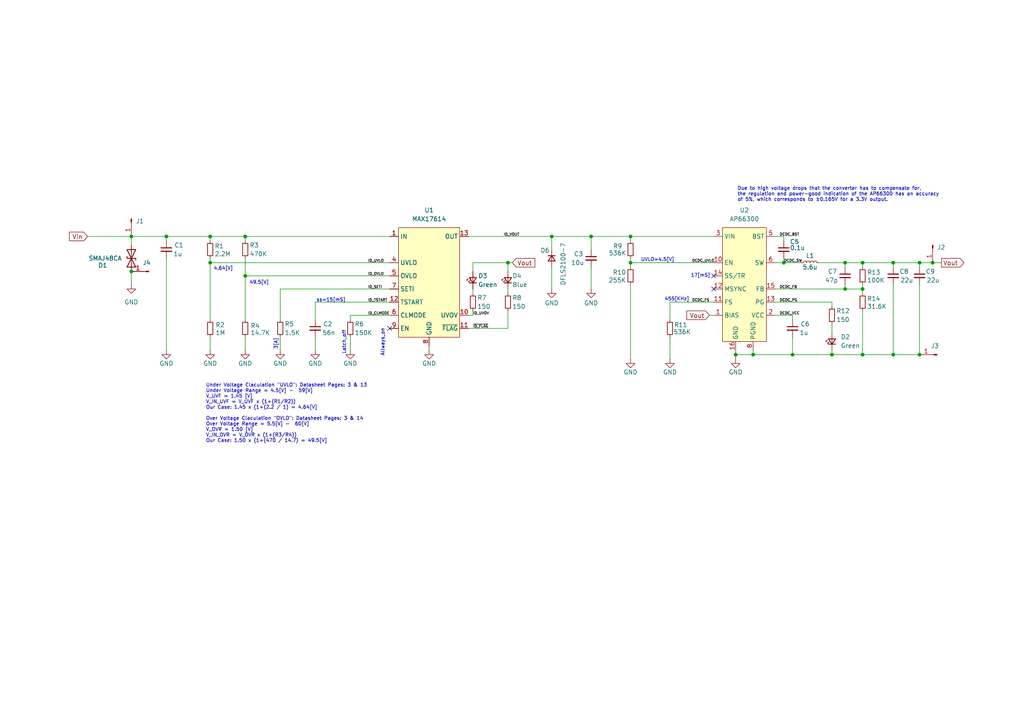
<source format=kicad_sch>
(kicad_sch (version 20231120) (generator "eeschema") (generator_version "8.0")
  (paper "A4")
  (title_block (title "ARNIE4833") (date "2024-10-12") (rev "V0.0.0") (company "© : Kynsight® GmbH: Licenced under CERN-OHL-W V2.0") (comment 2 "+48Vin | +3.3Vout | 3A ") (comment 3 "DC/DC Buck converter module, with added input protection circuitry."))
  (lib_symbols
    (symbol "310_smps_buck:AP66300"
      (property "Reference" "U" (at 0 21.59 0))
      (property "Value" "AP66300" (at 0 19.05 0))
      (symbol "AP66300_1_1"
        (rectangle (start -6.35 17.78) (end 6.35 -15.24) (fill (type background)))
        (pin input line (at -8.89 -7.62 0) (length 2.54) (name "BIAS") (number "1"))
        (pin input line (at -8.89 7.62 0) (length 2.54) (name "EN") (number "10"))
        (pin input line (at -8.89 -3.81 0) (length 2.54) (name "FS") (number "11"))
        (pin input line (at -8.89 0 0) (length 2.54) (name "MSYNC") (number "12"))
        (pin output line (at 8.89 -3.81 180) (length 2.54) (name "PG") (number "13"))
        (pin input line (at -8.89 3.81 0) (length 2.54) (name "SS/TR") (number "14"))
        (pin input line (at 8.89 0 180) (length 2.54) (name "FB") (number "15"))
        (pin power_in line (at -2.54 -17.78 90) (length 2.54) (name "GND") (number "16"))
        (pin power_in line (at -2.54 -17.78 90) (length 2.54) hide (name "GND") (number "17"))
        (pin power_out line (at 8.89 -7.62 180) (length 2.54) (name "VCC") (number "2"))
        (pin power_in line (at -8.89 15.24 0) (length 2.54) (name "VIN") (number "3"))
        (pin power_in line (at -8.89 15.24 0) (length 2.54) hide (name "VIN") (number "4"))
        (pin input line (at 8.89 15.24 180) (length 2.54) (name "BST") (number "5"))
        (pin power_out line (at 8.89 7.62 180) (length 2.54) (name "SW") (number "6"))
        (pin power_out line (at 8.89 7.62 180) (length 2.54) hide (name "SW") (number "7"))
        (pin power_in line (at 2.54 -17.78 90) (length 2.54) (name "PGND") (number "8"))
        (pin power_in line (at 2.54 -17.78 90) (length 2.54) hide (name "PGND") (number "9"))
      )
    )
    (symbol "380_power_protection_ideal_diode:MAX17614"
      (property "Reference" "U" (at 0 18.542 0))
      (property "Value" "MAX17614" (at 0.254 15.24 0))
      (symbol "MAX17614_1_1"
        (rectangle (start -8.89 13.97) (end 8.89 -17.78) (fill (type background)))
        (pin power_in line (at -11.43 11.43 0) (length 2.54) (name "IN") (number "1"))
        (pin output line (at 11.43 -11.43 180) (length 2.54) (name "UVOV") (number "10"))
        (pin output line (at 11.43 -15.24 180) (length 2.54) (name "~{FLAG}") (number "11"))
        (pin input line (at -11.43 -7.62 0) (length 2.54) (name "TSTART") (number "12"))
        (pin power_out line (at 11.43 11.43 180) (length 2.54) (name "OUT") (number "13"))
        (pin power_out line (at 11.43 11.43 180) (length 2.54) hide (name "OUT") (number "14"))
        (pin power_out line (at 11.43 11.43 180) (length 2.54) hide (name "OUT") (number "15"))
        (pin power_in line (at 0 -20.32 90) (length 2.54) hide (name "GND") (number "16"))
        (pin power_in line (at 0 -20.32 90) (length 2.54) hide (name "GND") (number "17"))
        (pin power_in line (at 0 -20.32 90) (length 2.54) hide (name "GND") (number "18"))
        (pin power_in line (at 0 -20.32 90) (length 2.54) hide (name "GND") (number "19"))
        (pin power_in line (at -11.43 11.43 0) (length 2.54) hide (name "IN") (number "2"))
        (pin power_out line (at 0 -20.32 90) (length 2.54) hide (name "GND") (number "20"))
        (pin power_in line (at 0 -20.32 90) (length 2.54) hide (name "GND") (number "21"))
        (pin power_in line (at -11.43 11.43 0) (length 2.54) hide (name "IN") (number "3"))
        (pin input line (at -11.43 3.81 0) (length 2.54) (name "UVLO") (number "4"))
        (pin input line (at -11.43 0 0) (length 2.54) (name "OVLO") (number "5"))
        (pin input line (at -11.43 -11.43 0) (length 2.54) (name "CLMODE") (number "6"))
        (pin input line (at -11.43 -3.81 0) (length 2.54) (name "SETI") (number "7"))
        (pin power_out line (at 0 -20.32 90) (length 2.54) (name "GND") (number "8"))
        (pin input line (at -11.43 -15.24 0) (length 2.54) (name "EN") (number "9"))
      )
    )
    (symbol "Connector:Conn_01x01_Pin" (pin_names (offset 1.016) hide)
      (property "Reference" "J" (at 0 2.54 0))
      (property "Value" "Conn_01x01_Pin" (at 0 -2.54 0))
      (symbol "Conn_01x01_Pin_1_1"
        (polyline (pts (xy 1.27 0) (xy 0.8636 0)) (stroke (width 0.1524)))
        (rectangle (start 0.8636 0.127) (end 0 -0.127) (stroke (width 0.1524)) (fill (type outline)))
        (pin passive line (at 5.08 0 180) (length 3.81) (name "Pin_1") (number "1"))
      )
    )
    (symbol "Device:C_Small" (pin_numbers hide) (pin_names (offset 0.254) hide)
      (property "Reference" "C" (at 0.254 1.778 0))
      (property "Value" "C_Small" (at 0.254 -2.032 0))
      (symbol "C_Small_0_1"
        (polyline (pts (xy -1.524 -0.508) (xy 1.524 -0.508)) (stroke (width 0.3302)))
        (polyline (pts (xy -1.524 0.508) (xy 1.524 0.508)) (stroke (width 0.3048)))
      )
      (symbol "C_Small_1_1"
        (pin passive line (at 0 2.54 270) (length 2.032) (name "~") (number "1"))
        (pin passive line (at 0 -2.54 90) (length 2.032) (name "~") (number "2"))
      )
    )
    (symbol "Device:D_Small" (pin_numbers hide) (pin_names (offset 0.254) hide)
      (property "Reference" "D" (at -1.27 2.032 0))
      (property "Value" "D_Small" (at -3.81 -2.032 0))
      (symbol "D_Small_0_1"
        (polyline (pts (xy -0.762 -1.016) (xy -0.762 1.016)) (stroke (width 0.254)))
        (polyline (pts (xy -0.762 0) (xy 0.762 0)))
        (polyline (pts (xy 0.762 -1.016) (xy -0.762 0) (xy 0.762 1.016) (xy 0.762 -1.016)) (stroke (width 0.254)))
      )
      (symbol "D_Small_1_1"
        (pin passive line (at -2.54 0 0) (length 1.778) (name "K") (number "1"))
        (pin passive line (at 2.54 0 180) (length 1.778) (name "A") (number "2"))
      )
    )
    (symbol "Device:D_TVS" (pin_numbers hide) (pin_names (offset 1.016) hide)
      (property "Reference" "D" (at 0 2.54 0))
      (property "Value" "D_TVS" (at 0 -2.54 0))
      (symbol "D_TVS_0_1"
        (polyline (pts (xy 1.27 0) (xy -1.27 0)))
        (polyline (pts (xy 0.508 1.27) (xy 0 1.27) (xy 0 -1.27) (xy -0.508 -1.27)) (stroke (width 0.254)))
        (polyline (pts (xy -2.54 1.27) (xy -2.54 -1.27) (xy 2.54 1.27) (xy 2.54 -1.27) (xy -2.54 1.27)) (stroke (width 0.254)))
      )
      (symbol "D_TVS_1_1"
        (pin passive line (at -3.81 0 0) (length 2.54) (name "A1") (number "1"))
        (pin passive line (at 3.81 0 180) (length 2.54) (name "A2") (number "2"))
      )
    )
    (symbol "Device:LED_Small" (pin_numbers hide) (pin_names (offset 0.254) hide)
      (property "Reference" "D" (at -1.27 3.175 0))
      (property "Value" "LED_Small" (at -4.445 -2.54 0))
      (symbol "LED_Small_0_1"
        (polyline (pts (xy -0.762 -1.016) (xy -0.762 1.016)) (stroke (width 0.254)))
        (polyline (pts (xy 1.016 0) (xy -0.762 0)))
        (polyline (pts (xy 0.762 -1.016) (xy -0.762 0) (xy 0.762 1.016) (xy 0.762 -1.016)) (stroke (width 0.254)))
        (polyline (pts (xy 0 0.762) (xy -0.508 1.27) (xy -0.254 1.27) (xy -0.508 1.27) (xy -0.508 1.016)))
        (polyline (pts (xy 0.508 1.27) (xy 0 1.778) (xy 0.254 1.778) (xy 0 1.778) (xy 0 1.524)))
      )
      (symbol "LED_Small_1_1"
        (pin passive line (at -2.54 0 0) (length 1.778) (name "K") (number "1"))
        (pin passive line (at 2.54 0 180) (length 1.778) (name "A") (number "2"))
      )
    )
    (symbol "Device:L_Small" (pin_numbers hide) (pin_names (offset 0.254) hide)
      (property "Reference" "L" (at 0.762 1.016 0))
      (property "Value" "L_Small" (at 0.762 -1.016 0))
      (symbol "L_Small_0_1"
        (arc (start 0 -2.032) (mid 0.5058 -1.524) (end 0 -1.016))
        (arc (start 0 -1.016) (mid 0.5058 -0.508) (end 0 0))
        (arc (start 0 0) (mid 0.5058 0.508) (end 0 1.016))
        (arc (start 0 1.016) (mid 0.5058 1.524) (end 0 2.032))
      )
      (symbol "L_Small_1_1"
        (pin passive line (at 0 2.54 270) (length 0.508) (name "~") (number "1"))
        (pin passive line (at 0 -2.54 90) (length 0.508) (name "~") (number "2"))
      )
    )
    (symbol "Device:R_Small" (pin_numbers hide) (pin_names (offset 0.254) hide)
      (property "Reference" "R" (at 0.762 0.508 0))
      (property "Value" "R_Small" (at 0.762 -1.016 0))
      (symbol "R_Small_0_1"
        (rectangle (start -0.762 1.778) (end 0.762 -1.778) (stroke (width 0.2032)))
      )
      (symbol "R_Small_1_1"
        (pin passive line (at 0 2.54 270) (length 0.762) (name "~") (number "1"))
        (pin passive line (at 0 -2.54 90) (length 0.762) (name "~") (number "2"))
      )
    )
    (symbol "power:GND" (power) (pin_numbers hide) (pin_names (offset 0) hide)
      (property "Value" "GND" (at 0 -3.81 0))
      (symbol "GND_0_1"
        (polyline (pts (xy 0 0) (xy 0 -1.27) (xy 1.27 -1.27) (xy 0 -2.54) (xy -1.27 -1.27) (xy 0 -1.27)))
      )
      (symbol "GND_1_1"
        (pin power_in line (at 0 0 270) (length 0) (name "~") (number "1"))
      )
    )
  )
  (junction (at 250.19 83.82))
  (junction (at 48.26 68.58))
  (junction (at 147.32 76.2))
  (junction (at 218.44 102.87))
  (junction (at 182.88 68.58))
  (junction (at 266.7 102.87))
  (junction (at 270.51 76.2))
  (junction (at 259.08 76.2))
  (junction (at 266.7 76.2))
  (junction (at 71.12 80.01))
  (junction (at 250.19 76.2))
  (junction (at 259.08 102.87))
  (junction (at 60.96 76.2))
  (junction (at 38.1 68.58))
  (junction (at 160.02 68.58))
  (junction (at 245.11 76.2))
  (junction (at 245.11 83.82))
  (junction (at 71.12 68.58))
  (junction (at 241.3 102.87))
  (junction (at 250.19 102.87))
  (junction (at 182.88 76.2))
  (junction (at 229.87 102.87))
  (junction (at 38.1 78.74))
  (junction (at 213.36 102.87))
  (junction (at 60.96 68.58))
  (junction (at 171.45 68.58))
  (junction (at 227.33 76.2))
  (no_connect (at 113.03 95.25))
  (no_connect (at 207.01 83.82))
  (no_connect (at 207.01 80.01))
  (wire (pts (xy 71.12 80.01) (xy 71.12 92.71)))
  (wire (pts (xy 194.31 87.63) (xy 207.01 87.63)))
  (wire (pts (xy 182.88 74.93) (xy 182.88 76.2)))
  (wire (pts (xy 259.08 102.87) (xy 250.19 102.87)))
  (wire (pts (xy 101.6 91.44) (xy 101.6 92.71)))
  (wire (pts (xy 245.11 83.82) (xy 245.11 82.55)))
  (wire (pts (xy 245.11 76.2) (xy 245.11 77.47)))
  (wire (pts (xy 224.79 87.63) (xy 241.3 87.63)))
  (wire (pts (xy 48.26 68.58) (xy 48.26 69.85)))
  (wire (pts (xy 137.16 83.82) (xy 137.16 85.09)))
  (wire (pts (xy 124.46 100.33) (xy 124.46 101.6)))
  (wire (pts (xy 259.08 102.87) (xy 266.7 102.87)))
  (wire (pts (xy 48.26 68.58) (xy 60.96 68.58)))
  (wire (pts (xy 205.74 91.44) (xy 207.01 91.44)))
  (wire (pts (xy 135.89 68.58) (xy 160.02 68.58)))
  (wire (pts (xy 224.79 91.44) (xy 229.87 91.44)))
  (wire (pts (xy 81.28 83.82) (xy 81.28 92.71)))
  (wire (pts (xy 266.7 82.55) (xy 266.7 102.87)))
  (wire (pts (xy 137.16 76.2) (xy 137.16 78.74)))
  (wire (pts (xy 266.7 76.2) (xy 270.51 76.2)))
  (wire (pts (xy 229.87 102.87) (xy 229.87 97.79)))
  (wire (pts (xy 237.49 76.2) (xy 245.11 76.2)))
  (wire (pts (xy 213.36 102.87) (xy 213.36 104.14)))
  (wire (pts (xy 91.44 87.63) (xy 91.44 92.71)))
  (wire (pts (xy 60.96 68.58) (xy 60.96 69.85)))
  (wire (pts (xy 137.16 76.2) (xy 147.32 76.2)))
  (wire (pts (xy 171.45 68.58) (xy 182.88 68.58)))
  (wire (pts (xy 171.45 68.58) (xy 171.45 72.39)))
  (wire (pts (xy 60.96 97.79) (xy 60.96 101.6)))
  (wire (pts (xy 160.02 77.47) (xy 160.02 83.82)))
  (wire (pts (xy 81.28 83.82) (xy 113.03 83.82)))
  (wire (pts (xy 227.33 76.2) (xy 232.41 76.2)))
  (wire (pts (xy 270.51 76.2) (xy 273.05 76.2)))
  (wire (pts (xy 227.33 74.93) (xy 227.33 76.2)))
  (wire (pts (xy 182.88 77.47) (xy 182.88 76.2)))
  (wire (pts (xy 147.32 95.25) (xy 147.32 90.17)))
  (wire (pts (xy 241.3 87.63) (xy 241.3 88.9)))
  (wire (pts (xy 101.6 91.44) (xy 113.03 91.44)))
  (wire (pts (xy 245.11 83.82) (xy 250.19 83.82)))
  (wire (pts (xy 137.16 91.44) (xy 137.16 90.17)))
  (wire (pts (xy 182.88 76.2) (xy 207.01 76.2)))
  (wire (pts (xy 38.1 68.58) (xy 38.1 71.12)))
  (wire (pts (xy 60.96 76.2) (xy 113.03 76.2)))
  (wire (pts (xy 160.02 68.58) (xy 171.45 68.58)))
  (wire (pts (xy 71.12 74.93) (xy 71.12 80.01)))
  (wire (pts (xy 182.88 68.58) (xy 207.01 68.58)))
  (wire (pts (xy 241.3 93.98) (xy 241.3 96.52)))
  (wire (pts (xy 266.7 76.2) (xy 266.7 77.47)))
  (wire (pts (xy 259.08 76.2) (xy 266.7 76.2)))
  (wire (pts (xy 229.87 91.44) (xy 229.87 92.71)))
  (wire (pts (xy 71.12 68.58) (xy 71.12 69.85)))
  (wire (pts (xy 71.12 68.58) (xy 113.03 68.58)))
  (wire (pts (xy 91.44 87.63) (xy 113.03 87.63)))
  (wire (pts (xy 135.89 91.44) (xy 137.16 91.44)))
  (wire (pts (xy 48.26 74.93) (xy 48.26 101.6)))
  (wire (pts (xy 213.36 101.6) (xy 213.36 102.87)))
  (wire (pts (xy 101.6 97.79) (xy 101.6 101.6)))
  (wire (pts (xy 259.08 82.55) (xy 259.08 102.87)))
  (wire (pts (xy 182.88 82.55) (xy 182.88 104.14)))
  (wire (pts (xy 182.88 68.58) (xy 182.88 69.85)))
  (wire (pts (xy 38.1 68.58) (xy 48.26 68.58)))
  (wire (pts (xy 245.11 76.2) (xy 250.19 76.2)))
  (wire (pts (xy 71.12 97.79) (xy 71.12 101.6)))
  (wire (pts (xy 213.36 102.87) (xy 218.44 102.87)))
  (wire (pts (xy 71.12 80.01) (xy 113.03 80.01)))
  (wire (pts (xy 38.1 78.74) (xy 38.1 82.55)))
  (wire (pts (xy 135.89 95.25) (xy 147.32 95.25)))
  (wire (pts (xy 60.96 74.93) (xy 60.96 76.2)))
  (wire (pts (xy 160.02 68.58) (xy 160.02 72.39)))
  (wire (pts (xy 194.31 87.63) (xy 194.31 92.71)))
  (wire (pts (xy 227.33 68.58) (xy 227.33 69.85)))
  (wire (pts (xy 194.31 97.79) (xy 194.31 104.14)))
  (wire (pts (xy 224.79 83.82) (xy 245.11 83.82)))
  (wire (pts (xy 91.44 97.79) (xy 91.44 101.6)))
  (wire (pts (xy 250.19 90.17) (xy 250.19 102.87)))
  (wire (pts (xy 71.12 68.58) (xy 60.96 68.58)))
  (wire (pts (xy 259.08 76.2) (xy 259.08 77.47)))
  (wire (pts (xy 81.28 97.79) (xy 81.28 101.6)))
  (wire (pts (xy 250.19 83.82) (xy 250.19 85.09)))
  (wire (pts (xy 218.44 101.6) (xy 218.44 102.87)))
  (wire (pts (xy 250.19 102.87) (xy 241.3 102.87)))
  (wire (pts (xy 147.32 83.82) (xy 147.32 85.09)))
  (wire (pts (xy 171.45 77.47) (xy 171.45 83.82)))
  (wire (pts (xy 241.3 102.87) (xy 229.87 102.87)))
  (wire (pts (xy 250.19 83.82) (xy 250.19 82.55)))
  (wire (pts (xy 148.59 76.2) (xy 147.32 76.2)))
  (wire (pts (xy 241.3 101.6) (xy 241.3 102.87)))
  (wire (pts (xy 218.44 102.87) (xy 229.87 102.87)))
  (wire (pts (xy 250.19 76.2) (xy 250.19 77.47)))
  (wire (pts (xy 25.4 68.58) (xy 38.1 68.58)))
  (wire (pts (xy 224.79 68.58) (xy 227.33 68.58)))
  (wire (pts (xy 60.96 76.2) (xy 60.96 92.71)))
  (wire (pts (xy 224.79 76.2) (xy 227.33 76.2)))
  (wire (pts (xy 250.19 76.2) (xy 259.08 76.2)))
  (wire (pts (xy 147.32 76.2) (xy 147.32 78.74)))
  (text "Latch_off" (at 99.822 99.314 90) (effects (font (size 1 1))))
  (text "ss=15[mS]" (at 96.012 87.122 0) (effects (font (size 1 1))))
  (text "4.64[V]" (at 64.77 77.978 0) (effects (font (size 1 1))))
  (text "49.5[V]" (at 75.184 82.042 0) (effects (font (size 1 1))))
  (text "455[KHz]" (at 196.342 86.868 0) (effects (font (size 1 1))))
  (text "Allways_on" (at 110.998 99.314 90) (effects (font (size 1 1))))
  (text "17[mS]" (at 203.2 80.01 0) (effects (font (size 1 1))))
  (text "UVLO=4.5[V]" (at 190.754 75.438 0) (effects (font (size 1 1))))
  (text "Due to high voltage drops that the converter has to compensate for, \nthe regulation and power-good indication of the AP66300 has an accuracy \nof 5%, which corresponds to ±0.165V for a 3.3V output." (at 213.868 56.388 0) (effects (font (size 1 1)) (justify left)))
  (text "Under Voltage Claculation \"UVLO\": Datasheet Pages: 3 & 13  \nUnder Voltage Range = 4.5[V] -  59[V]\nV_UVF = 1.45 [V]\nV_IN_UVF = V_UVF x (1+(R1/R2)) \nOur Case: 1.45 x (1+(2.2 / 1) = 4.64[V] \n \nOver Voltage Claculation \"OVLO\": Datasheet Pages: 3 & 14  \nOver Voltage Range = 5.5[V] -  60[V]\nV_OVR = 1.50 [V]\nV_IN_OVR = V_OVR x (1+(R3/R4)) \nOur Case: 1.50 x (1+(470 / 14.7) = 49.5[V] " (at 59.69 119.888 0) (effects (font (size 1 1)) (justify left)))
  (text "3[A]" (at 80.01 99.822 90) (effects (font (size 1 1))))
  (label "ID_UVOV" (at 137.16 91.44 0) (effects (font (size 0.75 0.75))))
  (label "DCDC_PG" (at 226.06 87.63 0) (effects (font (size 0.75 0.75))))
  (label "~{ID_FLAG}" (at 137.16 95.25 0) (effects (font (size 0.75 0.75))))
  (label "DCDC_UVLO" (at 200.66 76.2 0) (effects (font (size 0.75 0.75))))
  (label "ID_VOUT" (at 146.05 68.58 0) (effects (font (size 0.75 0.75))))
  (label "DCDC_FB" (at 226.06 83.82 0) (effects (font (size 0.75 0.75))))
  (label "DCDC_VCC" (at 226.06 91.44 0) (effects (font (size 0.75 0.75))))
  (label "ID_OVLO" (at 106.68 80.01 0) (effects (font (size 0.75 0.75))))
  (label "DCDC_BST" (at 226.06 68.58 0) (effects (font (size 0.75 0.75))))
  (label "ID_UVLO" (at 106.68 76.2 0) (effects (font (size 0.75 0.75))))
  (label "DCDC_SW" (at 227.33 76.2 0) (effects (font (size 0.75 0.75))))
  (label "ID_CLMODE" (at 106.68 91.44 0) (effects (font (size 0.75 0.75))))
  (label "ID_SETI" (at 106.68 83.82 0) (effects (font (size 0.75 0.75))))
  (label "ID_TSTART" (at 106.68 87.63 0) (effects (font (size 0.75 0.75))))
  (label "DCDC_FS" (at 200.66 87.63 0) (effects (font (size 0.75 0.75))))
  (global_label "Vout" (shape output) (at 273.05 76.2 0) (property "Intersheetrefs" "${INTERSHEET_REFS}" (effects (hide yes))))
  (global_label "Vout" (shape input) (at 148.59 76.2 0) (property "Intersheetrefs" "${INTERSHEET_REFS}" (effects (hide yes))))
  (global_label "Vout" (shape input) (at 205.74 91.44 180) (property "Intersheetrefs" "${INTERSHEET_REFS}" (effects (hide yes))))
  (global_label "Vin" (shape input) (at 25.4 68.58 180) (property "Intersheetrefs" "${INTERSHEET_REFS}" (effects (hide yes))))
  (symbol (lib_id "Device:R_Small") (at 147.32 87.63 0) (unit 1)
    (property "Reference" "R8" (at 148.59 86.36 0) (effects (justify left)))
    (property "Value" "150" (at 148.59 88.9 0) (effects (justify left)))
    (property "Footprint" "Resistor_SMD:R_0603_1608Metric" (effects (hide yes)))
    (property "Description" "Resistor, small symbol" (effects (hide yes)))
    (property "Man" "Panasonic" (effects (hide yes)))
    (property "Man_No" "ERJ-3EKF1500V " (effects (hide yes)))
    (property "Disti" "Mouser" (effects (hide yes)))
    (property "Disti_No" " 667-ERJ-3EKF1500V" (effects (hide yes)))
  )
  (symbol (lib_id "Device:D_TVS") (at 38.1 74.93 90) (unit 1)
    (property "Reference" "D1" (at 28.448 76.962 90) (effects (justify right)))
    (property "Value" "SMAJ48CA" (at 25.654 74.93 90) (effects (justify right)))
    (property "Footprint" "Diode_SMD:D_SMA" (effects (hide yes)))
    (property "Datasheet" "https://www.diodes.com/assets/Datasheets/SMAJ5.0CA-SMAJ200CA.pdf" (effects (hide yes)))
    (property "Description" "Bidirectional transient-voltage-suppression diode" (effects (hide yes)))
    (property "Man" "Diodes" (effects (hide yes)))
    (property "Man_No" "SMAJ48CA-13-F " (effects (hide yes)))
    (property "Disti" "Mouser" (effects (hide yes)))
    (property "Disti_No" "621-SMAJ48CA-13-F" (effects (hide yes)))
  )
  (symbol (lib_id "Device:C_Small") (at 227.33 72.39 0) (unit 1)
    (property "Reference" "C5" (at 229.108 70.104 0) (effects (justify left)))
    (property "Value" "0.1u" (at 229.108 71.882 0) (effects (justify left)))
    (property "Footprint" "Capacitor_SMD:C_0603_1608Metric" (effects (hide yes)))
    (property "Description" "Unpolarized capacitor, small symbol" (effects (hide yes)))
    (property "Man" "Kyocera" (effects (hide yes)))
    (property "Man_No" "KAM15BR72A104KT " (effects (hide yes)))
    (property "Disti" "Mouser" (effects (hide yes)))
    (property "Disti_No" "KAM15BR72A104KT " (effects (hide yes)))
  )
  (symbol (lib_id "power:GND") (at 213.36 104.14 0) (unit 1)
    (property "Reference" "#PWR010" (effects (hide yes)))
    (property "Value" "GND" (at 213.36 107.95 0))
    (property "Description" "Power symbol creates a global label with name \"GND\" , ground" (effects (hide yes)))
  )
  (symbol (lib_id "Device:R_Small") (at 250.19 80.01 0) (unit 1)
    (property "Reference" "R13" (at 251.46 78.994 0) (effects (justify left)))
    (property "Value" "100K" (at 251.46 81.28 0) (effects (justify left)))
    (property "Footprint" "Resistor_SMD:R_0603_1608Metric" (effects (hide yes)))
    (property "Description" "Resistor, small symbol" (effects (hide yes)))
    (property "Man" "Panasonic" (effects (hide yes)))
    (property "Man_No" "ERJ-3EKF1003V" (effects (hide yes)))
    (property "Disti" "Mouser" (effects (hide yes)))
    (property "Disti_No" "667-ERJ-3EKF1003V" (effects (hide yes)))
  )
  (symbol (lib_id "Device:C_Small") (at 48.26 72.39 0) (unit 1)
    (property "Reference" "C1" (at 50.546 71.12 0) (effects (justify left)))
    (property "Value" "1u" (at 50.292 73.66 0) (effects (justify left)))
    (property "Footprint" "Capacitor_SMD:C_0603_1608Metric" (effects (hide yes)))
    (property "Description" "Unpolarized capacitor, small symbol" (effects (hide yes)))
    (property "Man" "Samsung" (effects (hide yes)))
    (property "Man_No" "CL10B105KB9VPNC" (effects (hide yes)))
    (property "Disti" "Mouser" (effects (hide yes)))
    (property "Disti_No" "187-CL10B105KB9VPNC" (effects (hide yes)))
  )
  (symbol (lib_id "Device:LED_Small") (at 147.32 81.28 90) (unit 1)
    (property "Reference" "D4" (at 148.59 80.01 90) (effects (justify right)))
    (property "Value" "Blue" (at 148.59 82.55 90) (effects (justify right)))
    (property "Footprint" "LED_SMD:LED_0603_1608Metric" (effects (hide yes)))
    (property "Description" "Light emitting diode, small symbol" (effects (hide yes)))
    (property "Man" "Osram" (effects (hide yes)))
    (property "Man_No" "KB EELP41.12-P1R2-36-3X4X-5-R18" (effects (hide yes)))
    (property "Disti" "Mouser" (effects (hide yes)))
    (property "Disti_No" " 720-P4112P1R2363X4X5" (effects (hide yes)))
  )
  (symbol (lib_id "power:GND") (at 182.88 104.14 0) (unit 1)
    (property "Reference" "#PWR012" (effects (hide yes)))
    (property "Value" "GND" (at 182.88 107.95 0))
    (property "Description" "Power symbol creates a global label with name \"GND\" , ground" (effects (hide yes)))
  )
  (symbol (lib_id "Device:R_Small") (at 60.96 95.25 0) (unit 1)
    (property "Reference" "R2" (at 62.484 94.234 0) (effects (justify left)))
    (property "Value" "1M" (at 62.484 96.52 0) (effects (justify left)))
    (property "Footprint" "Resistor_SMD:R_0603_1608Metric" (effects (hide yes)))
    (property "Description" "Resistor, small symbol" (effects (hide yes)))
    (property "Man" "Panasonic" (effects (hide yes)))
    (property "Man_No" "ERJ-PA3J115V" (effects (hide yes)))
    (property "Disti" "Mouser" (effects (hide yes)))
    (property "Disti_No" "667-ERJ-PA3J105V" (effects (hide yes)))
  )
  (symbol (lib_id "Device:C_Small") (at 91.44 95.25 0) (unit 1)
    (property "Reference" "C2" (at 93.726 93.98 0) (effects (justify left)))
    (property "Value" "56n" (at 93.472 96.52 0) (effects (justify left)))
    (property "Footprint" "Capacitor_SMD:C_0603_1608Metric" (effects (hide yes)))
    (property "Description" "Unpolarized capacitor, small symbol" (effects (hide yes)))
    (property "Man" "Yageo" (effects (hide yes)))
    (property "Man_No" "CC0603JX7R0BB563" (effects (hide yes)))
    (property "Disti" "Mouser" (effects (hide yes)))
    (property "Disti_No" "603-CC0603JX7R0BB563" (effects (hide yes)))
  )
  (symbol (lib_id "310_smps_buck:AP66300") (at 215.9 83.82 0) (unit 1)
    (property "Reference" "U2" (at 215.9 60.96 0))
    (property "Value" "AP66300" (at 215.9 63.5 0))
    (property "Footprint" "Package_DFN_QFN:UQFN-16-1EP_4x4mm_P0.65mm_EP2.6x2.6mm" (effects (hide yes)))
    (property "Datasheet" "https://www.diodes.com/assets/Datasheets/AP66300.pdf" (effects (hide yes)))
    (property "Description" "3.8V TO 60V INPUT, 3A LOW IQ SYNCHRONOUS BUCK CONVERTER" (effects (hide yes)))
    (property "Man" "Diodes" (effects (hide yes)))
    (property "Man_No" "3.8V TO 60V INPUT, 3A LOW IQ SYNCHRONOUS BUCK CONVERTER" (effects (hide yes)))
    (property "Disti" "Mouser" (effects (hide yes)))
    (property "Disti_No" "621-AP66300FVBW-13" (effects (hide yes)))
  )
  (symbol (lib_id "Connector:Conn_01x01_Pin") (at 271.78 102.87 180) (unit 1)
    (property "Reference" "J3" (at 271.145 100.33 0))
    (property "Value" "Conn_01x01_Pin" (effects (hide yes)))
    (property "Footprint" "Connector_PinHeader_2.54mm:PinHeader_1x01_P2.54mm_Vertical" (effects (hide yes)))
    (property "Description" "Generic connector, single row, 01x01, script generated" (effects (hide yes)))
  )
  (symbol (lib_id "Device:R_Small") (at 182.88 72.39 0) (mirror x) (unit 1)
    (property "Reference" "R9" (at 177.8 71.374 0) (effects (justify left)))
    (property "Value" "536K" (at 176.53 73.406 0) (effects (justify left)))
    (property "Footprint" "Resistor_SMD:R_0603_1608Metric" (effects (hide yes)))
    (property "Description" "Resistor, small symbol" (effects (hide yes)))
    (property "Man" "Panasonic" (effects (hide yes)))
    (property "Man_No" "ERJ-3EKF2553V" (effects (hide yes)))
    (property "Disti" "Mouser" (effects (hide yes)))
    (property "Disti_No" "667-ERJ-3EKF5363V" (effects (hide yes)))
  )
  (symbol (lib_id "Connector:Conn_01x01_Pin") (at 43.18 78.74 180) (unit 1)
    (property "Reference" "J4" (at 42.545 76.2 0))
    (property "Value" "Conn_01x01_Pin" (effects (hide yes)))
    (property "Footprint" "Connector_PinHeader_2.54mm:PinHeader_1x01_P2.54mm_Vertical" (effects (hide yes)))
    (property "Description" "Generic connector, single row, 01x01, script generated" (effects (hide yes)))
  )
  (symbol (lib_id "Device:R_Small") (at 241.3 91.44 0) (unit 1)
    (property "Reference" "R12" (at 242.57 90.17 0) (effects (justify left)))
    (property "Value" "150" (at 242.57 92.71 0) (effects (justify left)))
    (property "Footprint" "Resistor_SMD:R_0603_1608Metric" (effects (hide yes)))
    (property "Description" "Resistor, small symbol" (effects (hide yes)))
    (property "Man" "Panasonic" (effects (hide yes)))
    (property "Man_No" "ERJ-3EKF1500V" (effects (hide yes)))
    (property "Disti" "Mouser" (effects (hide yes)))
    (property "Disti_No" " 667-ERJ-3EKF1500V" (effects (hide yes)))
  )
  (symbol (lib_id "Device:C_Small") (at 171.45 74.93 0) (mirror y) (unit 1)
    (property "Reference" "C3" (at 169.164 73.66 0) (effects (justify left)))
    (property "Value" "10u" (at 169.418 76.2 0) (effects (justify left)))
    (property "Footprint" "Capacitor_SMD:C_1210_3225Metric" (effects (hide yes)))
    (property "Description" "Unpolarized capacitor, small symbol" (effects (hide yes)))
    (property "Man" "TDK" (effects (hide yes)))
    (property "Man_No" "CGA6P1X7R1N106K250AC" (effects (hide yes)))
    (property "Disti" "Mouser" (effects (hide yes)))
    (property "Disti_No" "810-CGA6P1X7R1N106K2" (effects (hide yes)))
  )
  (symbol (lib_id "power:GND") (at 48.26 101.6 0) (unit 1)
    (property "Reference" "#PWR02" (effects (hide yes)))
    (property "Value" "GND" (at 48.26 105.41 0))
    (property "Description" "Power symbol creates a global label with name \"GND\" , ground" (effects (hide yes)))
  )
  (symbol (lib_id "power:GND") (at 101.6 101.6 0) (unit 1)
    (property "Reference" "#PWR07" (effects (hide yes)))
    (property "Value" "GND" (at 101.6 105.41 0))
    (property "Description" "Power symbol creates a global label with name \"GND\" , ground" (effects (hide yes)))
  )
  (symbol (lib_id "Device:D_Small") (at 160.02 74.93 270) (unit 1)
    (property "Reference" "D6" (at 156.718 72.644 90) (effects (justify left)))
    (property "Value" "DFLS2100-7" (at 163.322 70.358 0) (effects (justify left)))
    (property "Footprint" "Diode_SMD:D_PowerDI-123" (effects (hide yes)))
    (property "Description" "Diode, small symbol" (effects (hide yes)))
    (property "Sim.Device" "D" (effects (hide yes)))
    (property "Sim.Pins" "1=K 2=A" (effects (hide yes)))
    (property "Man" "Diodes" (effects (hide yes)))
    (property "Man_No" "DFLS2100-7" (effects (hide yes)))
    (property "Disti" "Mouser" (effects (hide yes)))
    (property "Disti_No" " 621-DFLS2100-7" (effects (hide yes)))
  )
  (symbol (lib_id "Device:LED_Small") (at 241.3 99.06 90) (unit 1)
    (property "Reference" "D2" (at 243.84 97.7264 90) (effects (justify right)))
    (property "Value" "Green" (at 243.84 100.2664 90) (effects (justify right)))
    (property "Footprint" "LED_SMD:LED_0603_1608Metric" (effects (hide yes)))
    (property "Description" "Light emitting diode, small symbol" (effects (hide yes)))
    (property "Man" "Osram" (effects (hide yes)))
    (property "Man_No" "KT EELP41.12-S2U1-25-2X4X-5-R18" (effects (hide yes)))
    (property "Disti" "Mouser" (effects (hide yes)))
    (property "Disti_No" " 720-P4112S2U1252X4X5" (effects (hide yes)))
  )
  (symbol (lib_id "Device:R_Small") (at 60.96 72.39 0) (unit 1)
    (property "Reference" "R1" (at 62.23 71.374 0) (effects (justify left)))
    (property "Value" "2.2M" (at 62.23 73.66 0) (effects (justify left)))
    (property "Footprint" "Resistor_SMD:R_0603_1608Metric" (effects (hide yes)))
    (property "Description" "Resistor, small symbol" (effects (hide yes)))
    (property "Man" "Panasonic" (effects (hide yes)))
    (property "Man_No" "ERJ-U03J225V" (effects (hide yes)))
    (property "Disti" "Mouser" (effects (hide yes)))
    (property "Disti_No" "667-ERJ-U03J225V" (effects (hide yes)))
  )
  (symbol (lib_id "Device:C_Small") (at 266.7 80.01 0) (unit 1)
    (property "Reference" "C9" (at 268.478 78.74 0) (effects (justify left)))
    (property "Value" "22u" (at 268.732 81.28 0) (effects (justify left)))
    (property "Footprint" "Capacitor_SMD:C_0603_1608Metric" (effects (hide yes)))
    (property "Description" "Unpolarized capacitor, small symbol" (effects (hide yes)))
    (property "Man" "Samsung" (effects (hide yes)))
    (property "Man_No" "CL10A226MQ8NRND" (effects (hide yes)))
    (property "Disti" "Mouser" (effects (hide yes)))
    (property "Disti_No" "187-CL10A226MQ8NRND" (effects (hide yes)))
  )
  (symbol (lib_id "power:GND") (at 71.12 101.6 0) (unit 1)
    (property "Reference" "#PWR04" (effects (hide yes)))
    (property "Value" "GND" (at 71.12 105.41 0))
    (property "Description" "Power symbol creates a global label with name \"GND\" , ground" (effects (hide yes)))
  )
  (symbol (lib_id "Device:R_Small") (at 194.31 95.25 0) (mirror y) (unit 1)
    (property "Reference" "R11" (at 199.39 94.234 0) (effects (justify left)))
    (property "Value" "536K" (at 200.406 96.266 0) (effects (justify left)))
    (property "Footprint" "Resistor_SMD:R_0603_1608Metric" (effects (hide yes)))
    (property "Description" "Resistor, small symbol" (effects (hide yes)))
    (property "Man" "Panasonic" (effects (hide yes)))
    (property "Man_No" "ERJ-3EKF5363V" (effects (hide yes)))
    (property "Disti" "Mouser" (effects (hide yes)))
    (property "Disti_No" "667-ERJ-3EKF5363V" (effects (hide yes)))
  )
  (symbol (lib_id "Device:LED_Small") (at 137.16 81.28 90) (unit 1)
    (property "Reference" "D3" (at 138.684 80.01 90) (effects (justify right)))
    (property "Value" "Green" (at 138.684 82.55 90) (effects (justify right)))
    (property "Footprint" "LED_SMD:LED_0603_1608Metric" (effects (hide yes)))
    (property "Description" "Light emitting diode, small symbol" (effects (hide yes)))
    (property "Man" "Osram" (effects (hide yes)))
    (property "Man_No" "KT EELP41.12-S2U1-25-2X4X-5-R18" (effects (hide yes)))
    (property "Disti" "Mouser" (effects (hide yes)))
    (property "Disti_No" " 720-P4112S2U1252X4X5" (effects (hide yes)))
  )
  (symbol (lib_id "380_power_protection_ideal_diode:MAX17614") (at 124.46 80.01 0) (unit 1)
    (property "Reference" "U1" (at 124.46 60.96 0))
    (property "Value" "MAX17614" (at 124.46 63.5 0))
    (property "Footprint" "Package_DFN_QFN:TQFN-20-1EP_4x4mm_P0.5mm_EP2.9x2.9mm" (effects (hide yes)))
    (property "Datasheet" "https://www.analog.com/media/en/technical-documentation/data-sheets/max17614.pdf" (effects (hide yes)))
    (property "Description" "4.5V to 60V, 3A, Ideal Diode/Power Source Selector with Current Limit, UV, OV Protection" (effects (hide yes)))
    (property "Man" "ADI" (effects (hide yes)))
    (property "Man_No" "MAX17614" (effects (hide yes)))
    (property "Disti" "Mouser" (effects (hide yes)))
    (property "Disti_No" "700-MAX17614ATP+" (effects (hide yes)))
  )
  (symbol (lib_id "Device:R_Small") (at 81.28 95.25 0) (unit 1)
    (property "Reference" "R5" (at 82.55 93.98 0) (effects (justify left)))
    (property "Value" "1.5K" (at 82.55 96.52 0) (effects (justify left)))
    (property "Footprint" "Resistor_SMD:R_0603_1608Metric" (effects (hide yes)))
    (property "Description" "Resistor, small symbol" (effects (hide yes)))
    (property "Man" "Panasonic" (effects (hide yes)))
    (property "Man_No" "ERJ-3EKF1501V" (effects (hide yes)))
    (property "Disti" "Mouser" (effects (hide yes)))
    (property "Disti_No" "667-ERJ-3EKF1501V" (effects (hide yes)))
  )
  (symbol (lib_id "power:GND") (at 124.46 101.6 0) (unit 1)
    (property "Reference" "#PWR08" (effects (hide yes)))
    (property "Value" "GND" (at 124.46 105.41 0))
    (property "Description" "Power symbol creates a global label with name \"GND\" , ground" (effects (hide yes)))
  )
  (symbol (lib_id "power:GND") (at 171.45 83.82 0) (unit 1)
    (property "Reference" "#PWR09" (effects (hide yes)))
    (property "Value" "GND" (at 171.45 87.884 0))
    (property "Description" "Power symbol creates a global label with name \"GND\" , ground" (effects (hide yes)))
  )
  (symbol (lib_id "power:GND") (at 60.96 101.6 0) (unit 1)
    (property "Reference" "#PWR03" (effects (hide yes)))
    (property "Value" "GND" (at 60.96 105.41 0))
    (property "Description" "Power symbol creates a global label with name \"GND\" , ground" (effects (hide yes)))
  )
  (symbol (lib_id "power:GND") (at 38.1 82.55 0) (unit 1)
    (property "Reference" "#PWR01" (effects (hide yes)))
    (property "Value" "GND" (at 38.1 87.63 0))
    (property "Description" "Power symbol creates a global label with name \"GND\" , ground" (effects (hide yes)))
  )
  (symbol (lib_id "Device:C_Small") (at 245.11 80.01 0) (mirror y) (unit 1)
    (property "Reference" "C7" (at 242.824 78.74 0) (effects (justify left)))
    (property "Value" "47p" (at 243.078 81.28 0) (effects (justify left)))
    (property "Footprint" "Capacitor_SMD:C_0603_1608Metric" (effects (hide yes)))
    (property "Description" "Unpolarized capacitor, small symbol" (effects (hide yes)))
    (property "Man" "Murata" (effects (hide yes)))
    (property "Man_No" "GCM1885G2A470JA6J" (effects (hide yes)))
    (property "Disti" "Mouser" (effects (hide yes)))
    (property "Disti_No" "81-GCM1885G2A470JA6J" (effects (hide yes)))
  )
  (symbol (lib_id "Device:R_Small") (at 71.12 95.25 0) (unit 1)
    (property "Reference" "R4" (at 72.644 94.488 0) (effects (justify left)))
    (property "Value" "14.7K" (at 72.644 96.52 0) (effects (justify left)))
    (property "Footprint" "Resistor_SMD:R_0603_1608Metric" (effects (hide yes)))
    (property "Description" "Resistor, small symbol" (effects (hide yes)))
    (property "Man" "Panasonic" (effects (hide yes)))
    (property "Man_No" "ERJ-3EKF1472V" (effects (hide yes)))
    (property "Disti" "Mouser" (effects (hide yes)))
    (property "Disti_No" "667-ERJ-3EKF1472V" (effects (hide yes)))
  )
  (symbol (lib_id "power:GND") (at 81.28 101.6 0) (unit 1)
    (property "Reference" "#PWR05" (effects (hide yes)))
    (property "Value" "GND" (at 81.28 105.41 0))
    (property "Description" "Power symbol creates a global label with name \"GND\" , ground" (effects (hide yes)))
  )
  (symbol (lib_id "Device:R_Small") (at 137.16 87.63 0) (unit 1)
    (property "Reference" "R7" (at 138.43 86.36 0) (effects (justify left)))
    (property "Value" "150" (at 138.43 88.9 0) (effects (justify left)))
    (property "Footprint" "Resistor_SMD:R_0603_1608Metric" (effects (hide yes)))
    (property "Description" "Resistor, small symbol" (effects (hide yes)))
    (property "Man" "Panasonic" (effects (hide yes)))
    (property "Man_No" " ERJ-3EKF1500V " (effects (hide yes)))
    (property "Disti" "Mouser" (effects (hide yes)))
    (property "Disti_No" " 667-ERJ-3EKF1500V" (effects (hide yes)))
  )
  (symbol (lib_id "power:GND") (at 91.44 101.6 0) (unit 1)
    (property "Reference" "#PWR06" (effects (hide yes)))
    (property "Value" "GND" (at 91.44 105.41 0))
    (property "Description" "Power symbol creates a global label with name \"GND\" , ground" (effects (hide yes)))
  )
  (symbol (lib_id "Device:L_Small") (at 234.95 76.2 90) (unit 1)
    (property "Reference" "L1" (at 234.95 74.168 90))
    (property "Value" "5.6u" (at 234.95 77.47 90))
    (property "Footprint" "Inductor_SMD:L_Bourns_SRP5030T" (effects (hide yes)))
    (property "Description" "Inductor, small symbol" (effects (hide yes)))
    (property "Man" "Bourns" (effects (hide yes)))
    (property "Man_No" "SRP5030WA-5R6M" (effects (hide yes)))
    (property "Disti" "Mouser" (effects (hide yes)))
    (property "Disti_No" "652-SRP5030WA-5R6M" (effects (hide yes)))
  )
  (symbol (lib_id "Device:R_Small") (at 182.88 80.01 0) (mirror y) (unit 1)
    (property "Reference" "R10" (at 181.61 78.994 0) (effects (justify left)))
    (property "Value" "255K" (at 181.61 81.28 0) (effects (justify left)))
    (property "Footprint" "Resistor_SMD:R_0603_1608Metric" (effects (hide yes)))
    (property "Description" "Resistor, small symbol" (effects (hide yes)))
    (property "Man" "Panasonic" (effects (hide yes)))
    (property "Man_No" "ERJ-3EKF2553V" (effects (hide yes)))
    (property "Disti" "Mouser" (effects (hide yes)))
    (property "Disti_No" "667-ERJ-3EKF2553V" (effects (hide yes)))
  )
  (symbol (lib_id "Device:R_Small") (at 250.19 87.63 0) (unit 1)
    (property "Reference" "R14" (at 251.46 86.614 0) (effects (justify left)))
    (property "Value" "31.6K" (at 251.46 88.9 0) (effects (justify left)))
    (property "Footprint" "Resistor_SMD:R_0603_1608Metric" (effects (hide yes)))
    (property "Description" "Resistor, small symbol" (effects (hide yes)))
    (property "Man" "Panasonic" (effects (hide yes)))
    (property "Man_No" "ERJ-3EKF3162V" (effects (hide yes)))
    (property "Disti" "Mouser" (effects (hide yes)))
    (property "Disti_No" "667-ERJ-3EKF3162V" (effects (hide yes)))
  )
  (symbol (lib_id "Connector:Conn_01x01_Pin") (at 270.51 71.12 270) (unit 1)
    (property "Reference" "J2" (at 271.78 71.7549 90) (effects (justify left)))
    (property "Value" "Conn_01x01_Pin" (effects (hide yes)))
    (property "Footprint" "Connector_PinHeader_2.54mm:PinHeader_1x01_P2.54mm_Vertical" (effects (hide yes)))
    (property "Description" "Generic connector, single row, 01x01, script generated" (effects (hide yes)))
  )
  (symbol (lib_id "Device:C_Small") (at 259.08 80.01 0) (unit 1)
    (property "Reference" "C8" (at 260.858 78.74 0) (effects (justify left)))
    (property "Value" "22u" (at 261.112 81.28 0) (effects (justify left)))
    (property "Footprint" "Capacitor_SMD:C_0603_1608Metric" (effects (hide yes)))
    (property "Description" "Unpolarized capacitor, small symbol" (effects (hide yes)))
    (property "Man" "Samsung" (effects (hide yes)))
    (property "Man_No" "CL10A226MQ8NRND" (effects (hide yes)))
    (property "Disti" "Mouser" (effects (hide yes)))
    (property "Disti_No" "187-CL10A226MQ8NRND" (effects (hide yes)))
  )
  (symbol (lib_id "Device:R_Small") (at 101.6 95.25 0) (unit 1)
    (property "Reference" "R6" (at 102.87 93.98 0) (effects (justify left)))
    (property "Value" "150K" (at 102.87 96.52 0) (effects (justify left)))
    (property "Footprint" "Resistor_SMD:R_0603_1608Metric" (effects (hide yes)))
    (property "Description" "Resistor, small symbol" (effects (hide yes)))
    (property "Man" "Panasonic" (effects (hide yes)))
    (property "Man_No" "ERJ-3EKF1503V" (effects (hide yes)))
    (property "Disti" "Mouser" (effects (hide yes)))
    (property "Disti_No" "667-ERJ-3EKF1503V" (effects (hide yes)))
  )
  (symbol (lib_id "power:GND") (at 194.31 104.14 0) (unit 1)
    (property "Reference" "#PWR011" (effects (hide yes)))
    (property "Value" "GND" (at 194.31 107.95 0))
    (property "Description" "Power symbol creates a global label with name \"GND\" , ground" (effects (hide yes)))
  )
  (symbol (lib_id "Device:R_Small") (at 71.12 72.39 0) (unit 1)
    (property "Reference" "R3" (at 72.39 71.12 0) (effects (justify left)))
    (property "Value" "470K" (at 72.39 73.66 0) (effects (justify left)))
    (property "Footprint" "Resistor_SMD:R_0603_1608Metric" (effects (hide yes)))
    (property "Description" "Resistor, small symbol" (effects (hide yes)))
    (property "Man" "Panasonic" (effects (hide yes)))
    (property "Man_No" "ERJ-3EKF4703V" (effects (hide yes)))
    (property "Disti" "Mouser" (effects (hide yes)))
    (property "Disti_No" "667-ERJ-3EKF4703V" (effects (hide yes)))
  )
  (symbol (lib_id "power:GND") (at 160.02 83.82 0) (unit 1)
    (property "Reference" "#PWR013" (effects (hide yes)))
    (property "Value" "GND" (at 160.02 87.884 0))
    (property "Description" "Power symbol creates a global label with name \"GND\" , ground" (effects (hide yes)))
  )
  (symbol (lib_id "Connector:Conn_01x01_Pin") (at 38.1 63.5 270) (unit 1)
    (property "Reference" "J1" (at 39.37 64.1349 90) (effects (justify left)))
    (property "Value" "Conn_01x01_Pin" (effects (hide yes)))
    (property "Footprint" "Connector_PinHeader_2.54mm:PinHeader_1x01_P2.54mm_Vertical" (effects (hide yes)))
    (property "Description" "Generic connector, single row, 01x01, script generated" (effects (hide yes)))
  )
  (symbol (lib_id "Device:C_Small") (at 229.87 95.25 0) (unit 1)
    (property "Reference" "C6" (at 232.156 93.98 0) (effects (justify left)))
    (property "Value" "1u" (at 231.902 96.52 0) (effects (justify left)))
    (property "Footprint" "Capacitor_SMD:C_0603_1608Metric" (effects (hide yes)))
    (property "Description" "Unpolarized capacitor, small symbol" (effects (hide yes)))
    (property "Man" "Samsung" (effects (hide yes)))
    (property "Man_No" "CL10B105KB9VPNC" (effects (hide yes)))
    (property "Disti" "Mouser" (effects (hide yes)))
    (property "Disti_No" "187-CL10B105KB9VPNC" (effects (hide yes)))
  )
)
</source>
